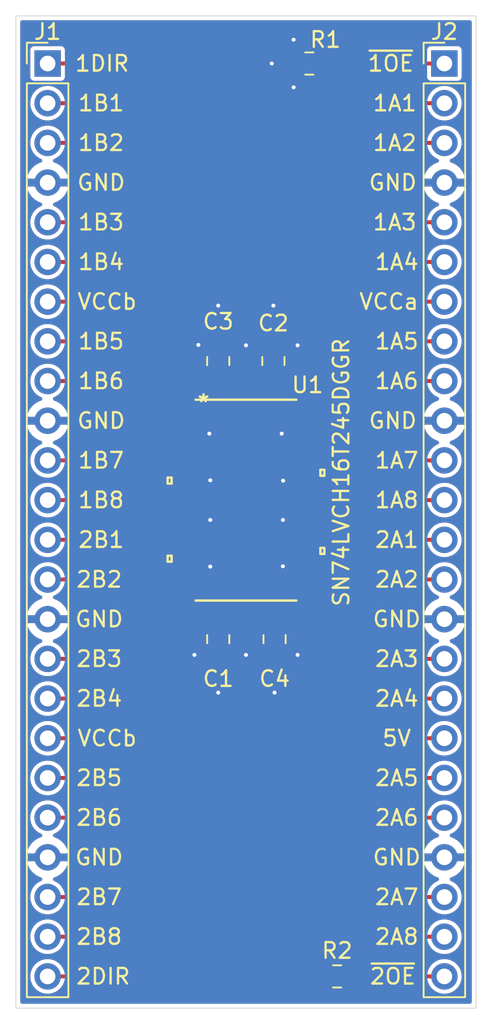
<source format=kicad_pcb>
(kicad_pcb (version 20171130) (host pcbnew "(5.1.5)-3")
  (layers (0 F.Cu signal) (31 B.Cu signal) (34 B.Paste user) (35 F.Paste user) (36 B.SilkS user) (37 F.SilkS user) (38 B.Mask user) (39 F.Mask user) (44 Edge.Cuts user))
  (net 0 "")
  (net 1 GND)
  (net 2 +3V3)
  (net 3 +5V)
  (net 4 /2DIR)
  (net 5 /1B8)
  (net 6 /1B7)
  (net 7 /1B6)
  (net 8 /1B5)
  (net 9 /2B4)
  (net 10 /2B3)
  (net 11 /2B2)
  (net 12 /2B1)
  (net 13 /1B4)
  (net 14 /1B3)
  (net 15 /1B2)
  (net 16 /1B1)
  (net 17 /1DIR)
  (net 18 /~2OE)
  (net 19 /2A8)
  (net 20 /2A7)
  (net 21 /2A6)
  (net 22 /2A5)
  (net 23 /2A4)
  (net 24 /2A3)
  (net 25 /2A2)
  (net 26 /2A1)
  (net 27 /1A8)
  (net 28 /1A7)
  (net 29 /1A6)
  (net 30 /1A5)
  (net 31 /1A4)
  (net 32 /1A3)
  (net 33 /1A2)
  (net 34 /1A1)
  (net 35 /~1OE)
  (net 36 /2B8)
  (net 37 /2B7)
  (net 38 /2B6)
  (net 39 /2B5)
  (module footprints:SN74LVCH16T245DGGR (layer F.Cu) (at 132.08 66.04)
    (fp_text reference U1 (at 3.937 -7.366) (layer F.SilkS))
    (fp_text value SN74LVCH16T245DGGR (at 6.096 -1.778 -270) (layer F.SilkS))
    (fp_line (start 4.7625 -1.940502) (end 5.0165 -1.940502) (layer F.SilkS) (width 0.1524))
    (fp_line (start 4.7625 -1.559502) (end 4.7625 -1.940502) (layer F.SilkS) (width 0.1524))
    (fp_line (start 5.0165 -1.559502) (end 4.7625 -1.559502) (layer F.SilkS) (width 0.1524))
    (fp_line (start 5.0165 -1.940502) (end 5.0165 -1.559502) (layer F.SilkS) (width 0.1524))
    (fp_line (start 4.7625 3.059501) (end 5.0165 3.059501) (layer F.SilkS) (width 0.1524))
    (fp_line (start 4.7625 3.440501) (end 4.7625 3.059501) (layer F.SilkS) (width 0.1524))
    (fp_line (start 5.0165 3.440501) (end 4.7625 3.440501) (layer F.SilkS) (width 0.1524))
    (fp_line (start 5.0165 3.059501) (end 5.0165 3.440501) (layer F.SilkS) (width 0.1524))
    (fp_line (start -4.7625 3.5595) (end -5.0165 3.5595) (layer F.SilkS) (width 0.1524))
    (fp_line (start -4.7625 3.9405) (end -4.7625 3.5595) (layer F.SilkS) (width 0.1524))
    (fp_line (start -5.0165 3.9405) (end -4.7625 3.9405) (layer F.SilkS) (width 0.1524))
    (fp_line (start -5.0165 3.5595) (end -5.0165 3.9405) (layer F.SilkS) (width 0.1524))
    (fp_line (start -4.7625 -1.4405) (end -5.0165 -1.4405) (layer F.SilkS) (width 0.1524))
    (fp_line (start -4.7625 -1.0595) (end -4.7625 -1.4405) (layer F.SilkS) (width 0.1524))
    (fp_line (start -5.0165 -1.0595) (end -4.7625 -1.0595) (layer F.SilkS) (width 0.1524))
    (fp_line (start -5.0165 -1.4405) (end -5.0165 -1.0595) (layer F.SilkS) (width 0.1524))
    (fp_line (start 3.2258 -6.4262) (end -3.2258 -6.4262) (layer F.SilkS) (width 0.1524))
    (fp_line (start -3.2258 6.4262) (end 3.2258 6.4262) (layer F.SilkS) (width 0.1524))
    (fp_text user * (at -2.7178 -6.223) (layer F.SilkS))
    (fp_text user * (at -2.7178 -6.223) (layer F.SilkS))
    (pad 48 smd rect (at 3.6703 -5.750001) (size 1.6764 0.2794) (layers F.Cu F.Paste F.Mask) (net 35 /~1OE))
    (pad 47 smd rect (at 3.6703 -5.25) (size 1.6764 0.2794) (layers F.Cu F.Paste F.Mask) (net 34 /1A1))
    (pad 46 smd rect (at 3.6703 -4.750001) (size 1.6764 0.2794) (layers F.Cu F.Paste F.Mask) (net 33 /1A2))
    (pad 45 smd rect (at 3.6703 -4.249999) (size 1.6764 0.2794) (layers F.Cu F.Paste F.Mask) (net 1 GND))
    (pad 44 smd rect (at 3.6703 -3.75) (size 1.6764 0.2794) (layers F.Cu F.Paste F.Mask) (net 32 /1A3))
    (pad 43 smd rect (at 3.6703 -3.250001) (size 1.6764 0.2794) (layers F.Cu F.Paste F.Mask) (net 31 /1A4))
    (pad 42 smd rect (at 3.6703 -2.75) (size 1.6764 0.2794) (layers F.Cu F.Paste F.Mask) (net 3 +5V))
    (pad 41 smd rect (at 3.6703 -2.250001) (size 1.6764 0.2794) (layers F.Cu F.Paste F.Mask) (net 30 /1A5))
    (pad 40 smd rect (at 3.6703 -1.749999) (size 1.6764 0.2794) (layers F.Cu F.Paste F.Mask) (net 29 /1A6))
    (pad 39 smd rect (at 3.6703 -1.25) (size 1.6764 0.2794) (layers F.Cu F.Paste F.Mask) (net 1 GND))
    (pad 38 smd rect (at 3.6703 -0.750001) (size 1.6764 0.2794) (layers F.Cu F.Paste F.Mask) (net 28 /1A7))
    (pad 37 smd rect (at 3.6703 -0.25) (size 1.6764 0.2794) (layers F.Cu F.Paste F.Mask) (net 27 /1A8))
    (pad 36 smd rect (at 3.6703 0.25) (size 1.6764 0.2794) (layers F.Cu F.Paste F.Mask) (net 26 /2A1))
    (pad 35 smd rect (at 3.6703 0.749998) (size 1.6764 0.2794) (layers F.Cu F.Paste F.Mask) (net 25 /2A2))
    (pad 34 smd rect (at 3.6703 1.25) (size 1.6764 0.2794) (layers F.Cu F.Paste F.Mask) (net 1 GND))
    (pad 33 smd rect (at 3.6703 1.749999) (size 1.6764 0.2794) (layers F.Cu F.Paste F.Mask) (net 24 /2A3))
    (pad 32 smd rect (at 3.6703 2.250001) (size 1.6764 0.2794) (layers F.Cu F.Paste F.Mask) (net 23 /2A4))
    (pad 31 smd rect (at 3.6703 2.75) (size 1.6764 0.2794) (layers F.Cu F.Paste F.Mask) (net 3 +5V))
    (pad 30 smd rect (at 3.6703 3.249999) (size 1.6764 0.2794) (layers F.Cu F.Paste F.Mask) (net 22 /2A5))
    (pad 29 smd rect (at 3.6703 3.75) (size 1.6764 0.2794) (layers F.Cu F.Paste F.Mask) (net 21 /2A6))
    (pad 28 smd rect (at 3.6703 4.249999) (size 1.6764 0.2794) (layers F.Cu F.Paste F.Mask) (net 1 GND))
    (pad 27 smd rect (at 3.6703 4.750001) (size 1.6764 0.2794) (layers F.Cu F.Paste F.Mask) (net 20 /2A7))
    (pad 26 smd rect (at 3.6703 5.25) (size 1.6764 0.2794) (layers F.Cu F.Paste F.Mask) (net 19 /2A8))
    (pad 25 smd rect (at 3.6703 5.749999) (size 1.6764 0.2794) (layers F.Cu F.Paste F.Mask) (net 18 /~2OE))
    (pad 24 smd rect (at -3.6703 5.750001) (size 1.6764 0.2794) (layers F.Cu F.Paste F.Mask) (net 4 /2DIR))
    (pad 23 smd rect (at -3.6703 5.25) (size 1.6764 0.2794) (layers F.Cu F.Paste F.Mask) (net 36 /2B8))
    (pad 22 smd rect (at -3.6703 4.750001) (size 1.6764 0.2794) (layers F.Cu F.Paste F.Mask) (net 37 /2B7))
    (pad 21 smd rect (at -3.6703 4.249999) (size 1.6764 0.2794) (layers F.Cu F.Paste F.Mask) (net 1 GND))
    (pad 20 smd rect (at -3.6703 3.75) (size 1.6764 0.2794) (layers F.Cu F.Paste F.Mask) (net 38 /2B6))
    (pad 19 smd rect (at -3.6703 3.250001) (size 1.6764 0.2794) (layers F.Cu F.Paste F.Mask) (net 39 /2B5))
    (pad 18 smd rect (at -3.6703 2.75) (size 1.6764 0.2794) (layers F.Cu F.Paste F.Mask) (net 2 +3V3))
    (pad 17 smd rect (at -3.6703 2.250001) (size 1.6764 0.2794) (layers F.Cu F.Paste F.Mask) (net 9 /2B4))
    (pad 16 smd rect (at -3.6703 1.749999) (size 1.6764 0.2794) (layers F.Cu F.Paste F.Mask) (net 10 /2B3))
    (pad 15 smd rect (at -3.6703 1.25) (size 1.6764 0.2794) (layers F.Cu F.Paste F.Mask) (net 1 GND))
    (pad 14 smd rect (at -3.6703 0.750001) (size 1.6764 0.2794) (layers F.Cu F.Paste F.Mask) (net 11 /2B2))
    (pad 13 smd rect (at -3.6703 0.25) (size 1.6764 0.2794) (layers F.Cu F.Paste F.Mask) (net 12 /2B1))
    (pad 12 smd rect (at -3.6703 -0.25) (size 1.6764 0.2794) (layers F.Cu F.Paste F.Mask) (net 5 /1B8))
    (pad 11 smd rect (at -3.6703 -0.750001) (size 1.6764 0.2794) (layers F.Cu F.Paste F.Mask) (net 6 /1B7))
    (pad 10 smd rect (at -3.6703 -1.25) (size 1.6764 0.2794) (layers F.Cu F.Paste F.Mask) (net 1 GND))
    (pad 9 smd rect (at -3.6703 -1.749999) (size 1.6764 0.2794) (layers F.Cu F.Paste F.Mask) (net 7 /1B6))
    (pad 8 smd rect (at -3.6703 -2.250001) (size 1.6764 0.2794) (layers F.Cu F.Paste F.Mask) (net 8 /1B5))
    (pad 7 smd rect (at -3.6703 -2.75) (size 1.6764 0.2794) (layers F.Cu F.Paste F.Mask) (net 2 +3V3))
    (pad 6 smd rect (at -3.6703 -3.250001) (size 1.6764 0.2794) (layers F.Cu F.Paste F.Mask) (net 13 /1B4))
    (pad 5 smd rect (at -3.6703 -3.75) (size 1.6764 0.2794) (layers F.Cu F.Paste F.Mask) (net 14 /1B3))
    (pad 4 smd rect (at -3.6703 -4.249999) (size 1.6764 0.2794) (layers F.Cu F.Paste F.Mask) (net 1 GND))
    (pad 3 smd rect (at -3.6703 -4.750001) (size 1.6764 0.2794) (layers F.Cu F.Paste F.Mask) (net 15 /1B2))
    (pad 2 smd rect (at -3.6703 -5.25) (size 1.6764 0.2794) (layers F.Cu F.Paste F.Mask) (net 16 /1B1))
    (pad 1 smd rect (at -3.6703 -5.749999) (size 1.6764 0.2794) (layers F.Cu F.Paste F.Mask) (net 17 /1DIR))
  )
  (module Resistor_SMD:R_0805_2012Metric_Pad1.15x1.40mm_HandSolder (layer F.Cu) (at 137.913 96.52)
    (fp_text reference R2 (at 0 -1.65) (layer F.SilkS))
    (fp_text value 1k)
    (fp_line (start -0.261252 0.71) (end 0.261252 0.71) (layer F.SilkS) (width 0.12))
    (fp_line (start -0.261252 -0.71) (end 0.261252 -0.71) (layer F.SilkS) (width 0.12))
    (pad 2 smd roundrect (at 1.025 0) (size 1.15 1.4) (layers F.Cu F.Paste F.Mask) (roundrect_rratio 0.217391) (net 18 /~2OE))
    (pad 1 smd roundrect (at -1.025 0) (size 1.15 1.4) (layers F.Cu F.Paste F.Mask) (roundrect_rratio 0.217391) (net 1 GND))
  )
  (module Resistor_SMD:R_0805_2012Metric_Pad1.15x1.40mm_HandSolder (layer F.Cu) (at 136.135 38.1)
    (fp_text reference R1 (at 1.025 -1.524) (layer F.SilkS))
    (fp_text value 1k)
    (fp_line (start -0.261252 0.71) (end 0.261252 0.71) (layer F.SilkS) (width 0.12))
    (fp_line (start -0.261252 -0.71) (end 0.261252 -0.71) (layer F.SilkS) (width 0.12))
    (pad 2 smd roundrect (at 1.025 0) (size 1.15 1.4) (layers F.Cu F.Paste F.Mask) (roundrect_rratio 0.217391) (net 35 /~1OE))
    (pad 1 smd roundrect (at -1.025 0) (size 1.15 1.4) (layers F.Cu F.Paste F.Mask) (roundrect_rratio 0.217391) (net 1 GND))
  )
  (module Connector_PinHeader_2.54mm:PinHeader_1x24_P2.54mm_Vertical (layer F.Cu) (at 144.78 38.1)
    (fp_text reference J2 (at 0 -2.032) (layer F.SilkS))
    (fp_text value HEADER_RIGHT)
    (fp_line (start -1.33 -1.33) (end 0 -1.33) (layer F.SilkS) (width 0.12))
    (fp_line (start -1.33 0) (end -1.33 -1.33) (layer F.SilkS) (width 0.12))
    (fp_line (start -1.33 1.27) (end 1.33 1.27) (layer F.SilkS) (width 0.12))
    (fp_line (start 1.33 1.27) (end 1.33 59.75) (layer F.SilkS) (width 0.12))
    (fp_line (start -1.33 1.27) (end -1.33 59.75) (layer F.SilkS) (width 0.12))
    (fp_line (start -1.33 59.75) (end 1.33 59.75) (layer F.SilkS) (width 0.12))
    (pad 24 thru_hole oval (at 0 58.42) (size 1.7 1.7) (drill 1) (layers *.Cu *.Mask) (net 18 /~2OE))
    (pad 23 thru_hole oval (at 0 55.88) (size 1.7 1.7) (drill 1) (layers *.Cu *.Mask) (net 19 /2A8))
    (pad 22 thru_hole oval (at 0 53.34) (size 1.7 1.7) (drill 1) (layers *.Cu *.Mask) (net 20 /2A7))
    (pad 21 thru_hole oval (at 0 50.8) (size 1.7 1.7) (drill 1) (layers *.Cu *.Mask) (net 1 GND))
    (pad 20 thru_hole oval (at 0 48.26) (size 1.7 1.7) (drill 1) (layers *.Cu *.Mask) (net 21 /2A6))
    (pad 19 thru_hole oval (at 0 45.72) (size 1.7 1.7) (drill 1) (layers *.Cu *.Mask) (net 22 /2A5))
    (pad 18 thru_hole oval (at 0 43.18) (size 1.7 1.7) (drill 1) (layers *.Cu *.Mask) (net 3 +5V))
    (pad 17 thru_hole oval (at 0 40.64) (size 1.7 1.7) (drill 1) (layers *.Cu *.Mask) (net 23 /2A4))
    (pad 16 thru_hole oval (at 0 38.1) (size 1.7 1.7) (drill 1) (layers *.Cu *.Mask) (net 24 /2A3))
    (pad 15 thru_hole oval (at 0 35.56) (size 1.7 1.7) (drill 1) (layers *.Cu *.Mask) (net 1 GND))
    (pad 14 thru_hole oval (at 0 33.02) (size 1.7 1.7) (drill 1) (layers *.Cu *.Mask) (net 25 /2A2))
    (pad 13 thru_hole oval (at 0 30.48) (size 1.7 1.7) (drill 1) (layers *.Cu *.Mask) (net 26 /2A1))
    (pad 12 thru_hole oval (at 0 27.94) (size 1.7 1.7) (drill 1) (layers *.Cu *.Mask) (net 27 /1A8))
    (pad 11 thru_hole oval (at 0 25.4) (size 1.7 1.7) (drill 1) (layers *.Cu *.Mask) (net 28 /1A7))
    (pad 10 thru_hole oval (at 0 22.86) (size 1.7 1.7) (drill 1) (layers *.Cu *.Mask) (net 1 GND))
    (pad 9 thru_hole oval (at 0 20.32) (size 1.7 1.7) (drill 1) (layers *.Cu *.Mask) (net 29 /1A6))
    (pad 8 thru_hole oval (at 0 17.78) (size 1.7 1.7) (drill 1) (layers *.Cu *.Mask) (net 30 /1A5))
    (pad 7 thru_hole oval (at 0 15.24) (size 1.7 1.7) (drill 1) (layers *.Cu *.Mask) (net 3 +5V))
    (pad 6 thru_hole oval (at 0 12.7) (size 1.7 1.7) (drill 1) (layers *.Cu *.Mask) (net 31 /1A4))
    (pad 5 thru_hole oval (at 0 10.16) (size 1.7 1.7) (drill 1) (layers *.Cu *.Mask) (net 32 /1A3))
    (pad 4 thru_hole oval (at 0 7.62) (size 1.7 1.7) (drill 1) (layers *.Cu *.Mask) (net 1 GND))
    (pad 3 thru_hole oval (at 0 5.08) (size 1.7 1.7) (drill 1) (layers *.Cu *.Mask) (net 33 /1A2))
    (pad 2 thru_hole oval (at 0 2.54) (size 1.7 1.7) (drill 1) (layers *.Cu *.Mask) (net 34 /1A1))
    (pad 1 thru_hole rect (at 0 0) (size 1.7 1.7) (drill 1) (layers *.Cu *.Mask) (net 35 /~1OE))
  )
  (module Connector_PinHeader_2.54mm:PinHeader_1x24_P2.54mm_Vertical (layer F.Cu) (at 119.38 38.1)
    (fp_text reference J1 (at 0 -2.032) (layer F.SilkS))
    (fp_text value HEADER_LEFT)
    (fp_line (start -1.33 -1.33) (end 0 -1.33) (layer F.SilkS) (width 0.12))
    (fp_line (start -1.33 0) (end -1.33 -1.33) (layer F.SilkS) (width 0.12))
    (fp_line (start -1.33 1.27) (end 1.33 1.27) (layer F.SilkS) (width 0.12))
    (fp_line (start 1.33 1.27) (end 1.33 59.75) (layer F.SilkS) (width 0.12))
    (fp_line (start -1.33 1.27) (end -1.33 59.75) (layer F.SilkS) (width 0.12))
    (fp_line (start -1.33 59.75) (end 1.33 59.75) (layer F.SilkS) (width 0.12))
    (pad 24 thru_hole oval (at 0 58.42) (size 1.7 1.7) (drill 1) (layers *.Cu *.Mask) (net 4 /2DIR))
    (pad 23 thru_hole oval (at 0 55.88) (size 1.7 1.7) (drill 1) (layers *.Cu *.Mask) (net 36 /2B8))
    (pad 22 thru_hole oval (at 0 53.34) (size 1.7 1.7) (drill 1) (layers *.Cu *.Mask) (net 37 /2B7))
    (pad 21 thru_hole oval (at 0 50.8) (size 1.7 1.7) (drill 1) (layers *.Cu *.Mask) (net 1 GND))
    (pad 20 thru_hole oval (at 0 48.26) (size 1.7 1.7) (drill 1) (layers *.Cu *.Mask) (net 38 /2B6))
    (pad 19 thru_hole oval (at 0 45.72) (size 1.7 1.7) (drill 1) (layers *.Cu *.Mask) (net 39 /2B5))
    (pad 18 thru_hole oval (at 0 43.18) (size 1.7 1.7) (drill 1) (layers *.Cu *.Mask) (net 2 +3V3))
    (pad 17 thru_hole oval (at 0 40.64) (size 1.7 1.7) (drill 1) (layers *.Cu *.Mask) (net 9 /2B4))
    (pad 16 thru_hole oval (at 0 38.1) (size 1.7 1.7) (drill 1) (layers *.Cu *.Mask) (net 10 /2B3))
    (pad 15 thru_hole oval (at 0 35.56) (size 1.7 1.7) (drill 1) (layers *.Cu *.Mask) (net 1 GND))
    (pad 14 thru_hole oval (at 0 33.02) (size 1.7 1.7) (drill 1) (layers *.Cu *.Mask) (net 11 /2B2))
    (pad 13 thru_hole oval (at 0 30.48) (size 1.7 1.7) (drill 1) (layers *.Cu *.Mask) (net 12 /2B1))
    (pad 12 thru_hole oval (at 0 27.94) (size 1.7 1.7) (drill 1) (layers *.Cu *.Mask) (net 5 /1B8))
    (pad 11 thru_hole oval (at 0 25.4) (size 1.7 1.7) (drill 1) (layers *.Cu *.Mask) (net 6 /1B7))
    (pad 10 thru_hole oval (at 0 22.86) (size 1.7 1.7) (drill 1) (layers *.Cu *.Mask) (net 1 GND))
    (pad 9 thru_hole oval (at 0 20.32) (size 1.7 1.7) (drill 1) (layers *.Cu *.Mask) (net 7 /1B6))
    (pad 8 thru_hole oval (at 0 17.78) (size 1.7 1.7) (drill 1) (layers *.Cu *.Mask) (net 8 /1B5))
    (pad 7 thru_hole oval (at 0 15.24) (size 1.7 1.7) (drill 1) (layers *.Cu *.Mask) (net 2 +3V3))
    (pad 6 thru_hole oval (at 0 12.7) (size 1.7 1.7) (drill 1) (layers *.Cu *.Mask) (net 13 /1B4))
    (pad 5 thru_hole oval (at 0 10.16) (size 1.7 1.7) (drill 1) (layers *.Cu *.Mask) (net 14 /1B3))
    (pad 4 thru_hole oval (at 0 7.62) (size 1.7 1.7) (drill 1) (layers *.Cu *.Mask) (net 1 GND))
    (pad 3 thru_hole oval (at 0 5.08) (size 1.7 1.7) (drill 1) (layers *.Cu *.Mask) (net 15 /1B2))
    (pad 2 thru_hole oval (at 0 2.54) (size 1.7 1.7) (drill 1) (layers *.Cu *.Mask) (net 16 /1B1))
    (pad 1 thru_hole rect (at 0 0) (size 1.7 1.7) (drill 1) (layers *.Cu *.Mask) (net 17 /1DIR))
  )
  (module Capacitor_SMD:C_0805_2012Metric_Pad1.15x1.40mm_HandSolder (layer F.Cu) (at 133.9088 74.939 270)
    (fp_text reference C4 (at 2.531 0 180) (layer F.SilkS))
    (fp_text value 100nF)
    (fp_line (start -0.261252 0.71) (end 0.261252 0.71) (layer F.SilkS) (width 0.12))
    (fp_line (start -0.261252 -0.71) (end 0.261252 -0.71) (layer F.SilkS) (width 0.12))
    (pad 2 smd roundrect (at 1.025 0 270) (size 1.15 1.4) (layers F.Cu F.Paste F.Mask) (roundrect_rratio 0.217391) (net 1 GND))
    (pad 1 smd roundrect (at -1.025 0 270) (size 1.15 1.4) (layers F.Cu F.Paste F.Mask) (roundrect_rratio 0.217391) (net 3 +5V))
  )
  (module Capacitor_SMD:C_0805_2012Metric_Pad1.15x1.40mm_HandSolder (layer F.Cu) (at 130.302 57.141 90)
    (fp_text reference C3 (at 2.531 0 180) (layer F.SilkS))
    (fp_text value 100nF)
    (fp_line (start -0.261252 0.71) (end 0.261252 0.71) (layer F.SilkS) (width 0.12))
    (fp_line (start -0.261252 -0.71) (end 0.261252 -0.71) (layer F.SilkS) (width 0.12))
    (pad 2 smd roundrect (at 1.025 0 90) (size 1.15 1.4) (layers F.Cu F.Paste F.Mask) (roundrect_rratio 0.217391) (net 1 GND))
    (pad 1 smd roundrect (at -1.025 0 90) (size 1.15 1.4) (layers F.Cu F.Paste F.Mask) (roundrect_rratio 0.217391) (net 2 +3V3))
  )
  (module Capacitor_SMD:C_0805_2012Metric_Pad1.15x1.40mm_HandSolder (layer F.Cu) (at 133.8326 57.141 90)
    (fp_text reference C2 (at 2.422 0) (layer F.SilkS))
    (fp_text value 100nF)
    (fp_line (start -0.261252 0.71) (end 0.261252 0.71) (layer F.SilkS) (width 0.12))
    (fp_line (start -0.261252 -0.71) (end 0.261252 -0.71) (layer F.SilkS) (width 0.12))
    (pad 2 smd roundrect (at 1.025 0 90) (size 1.15 1.4) (layers F.Cu F.Paste F.Mask) (roundrect_rratio 0.217391) (net 1 GND))
    (pad 1 smd roundrect (at -1.025 0 90) (size 1.15 1.4) (layers F.Cu F.Paste F.Mask) (roundrect_rratio 0.217391) (net 3 +5V))
  )
  (module Capacitor_SMD:C_0805_2012Metric_Pad1.15x1.40mm_HandSolder (layer F.Cu) (at 130.302 74.939 270)
    (fp_text reference C1 (at 2.531 0 180) (layer F.SilkS))
    (fp_text value 100nF)
    (fp_line (start -0.261252 0.71) (end 0.261252 0.71) (layer F.SilkS) (width 0.12))
    (fp_line (start -0.261252 -0.71) (end 0.261252 -0.71) (layer F.SilkS) (width 0.12))
    (pad 2 smd roundrect (at 1.025 0 270) (size 1.15 1.4) (layers F.Cu F.Paste F.Mask) (roundrect_rratio 0.217391) (net 1 GND))
    (pad 1 smd roundrect (at -1.025 0 270) (size 1.15 1.4) (layers F.Cu F.Paste F.Mask) (roundrect_rratio 0.217391) (net 2 +3V3))
  )
  (gr_text ~2OE (at 141.478 96.52) (layer F.SilkS) (effects (font (size 1 1))))
  (gr_text 2A8 (at 141.732 93.98) (layer F.SilkS) (effects (font (size 1 1))))
  (gr_text 2A7 (at 141.732 91.44) (layer F.SilkS) (effects (font (size 1 1))))
  (gr_text GND (at 141.732 88.9) (layer F.SilkS) (effects (font (size 1 1))))
  (gr_text 2A6 (at 141.732 86.36) (layer F.SilkS) (effects (font (size 1 1))))
  (gr_text 2A5 (at 141.732 83.82) (layer F.SilkS) (effects (font (size 1 1))))
  (gr_text 5V (at 141.732 81.28) (layer F.SilkS) (effects (font (size 1 1))))
  (gr_text 2A4 (at 141.732 78.74) (layer F.SilkS) (effects (font (size 1 1))))
  (gr_text 2A3 (at 141.732 76.2) (layer F.SilkS) (effects (font (size 1 1))))
  (gr_text GND (at 141.732 73.66) (layer F.SilkS) (effects (font (size 1 1))))
  (gr_text 2A2 (at 141.732 71.12) (layer F.SilkS) (effects (font (size 1 1))))
  (gr_text 2A1 (at 141.732 68.58) (layer F.SilkS) (effects (font (size 1 1))))
  (gr_text 1A8 (at 141.732 66.04) (layer F.SilkS) (effects (font (size 1 1))))
  (gr_text 1A7 (at 141.732 63.5) (layer F.SilkS) (effects (font (size 1 1))))
  (gr_text GND (at 141.478 60.96) (layer F.SilkS) (effects (font (size 1 1))))
  (gr_text 1A6 (at 141.732 58.42) (layer F.SilkS) (effects (font (size 1 1))))
  (gr_text 1A5 (at 141.732 55.88) (layer F.SilkS) (effects (font (size 1 1))))
  (gr_text VCCa (at 141.224 53.34) (layer F.SilkS) (effects (font (size 1 1))))
  (gr_text 1A4 (at 141.732 50.8) (layer F.SilkS) (effects (font (size 1 1))))
  (gr_text 1A3 (at 141.605 48.26) (layer F.SilkS) (effects (font (size 1 1))))
  (gr_text GND (at 141.478 45.72) (layer F.SilkS) (effects (font (size 1 1))))
  (gr_text 1A2 (at 141.605 43.18) (layer F.SilkS) (effects (font (size 1 1))))
  (gr_text 1A1 (at 141.605 40.64) (layer F.SilkS) (effects (font (size 1 1))))
  (gr_text ~1OE (at 141.351 38.1) (layer F.SilkS) (effects (font (size 1 1))))
  (gr_text 2DIR (at 122.936 96.52) (layer F.SilkS) (effects (font (size 1 1))))
  (gr_text 2B8 (at 122.682 93.98) (layer F.SilkS) (effects (font (size 1 1))))
  (gr_text 2B7 (at 122.682 91.44) (layer F.SilkS) (effects (font (size 1 1))))
  (gr_text GND (at 122.682 88.9) (layer F.SilkS) (effects (font (size 1 1))))
  (gr_text 2B6 (at 122.682 86.36) (layer F.SilkS) (effects (font (size 1 1))))
  (gr_text 2B5 (at 122.682 83.82) (layer F.SilkS) (effects (font (size 1 1))))
  (gr_text VCCb (at 123.19 81.28) (layer F.SilkS) (effects (font (size 1 1))))
  (gr_text 2B4 (at 122.682 78.74) (layer F.SilkS) (effects (font (size 1 1))))
  (gr_text GND (at 122.682 73.66) (layer F.SilkS) (effects (font (size 1 1))))
  (gr_text 2B3 (at 122.682 76.2) (layer F.SilkS) (effects (font (size 1 1))))
  (gr_text 2B2 (at 122.682 71.12) (layer F.SilkS) (effects (font (size 1 1))))
  (gr_text 2B1 (at 122.809 68.58) (layer F.SilkS) (effects (font (size 1 1))))
  (gr_text 1B8 (at 122.809 66.04) (layer F.SilkS) (effects (font (size 1 1))))
  (gr_text 1B7 (at 122.809 63.5) (layer F.SilkS) (effects (font (size 1 1))))
  (gr_text GND (at 122.809 60.96) (layer F.SilkS) (effects (font (size 1 1))))
  (gr_text 1B6 (at 122.809 58.42) (layer F.SilkS) (effects (font (size 1 1))))
  (gr_text 1B5 (at 122.809 55.88) (layer F.SilkS) (effects (font (size 1 1))))
  (gr_text VCCb (at 123.19 53.34) (layer F.SilkS) (effects (font (size 1 1))))
  (gr_text 1B4 (at 122.809 50.8) (layer F.SilkS) (effects (font (size 1 1))))
  (gr_text 1B3 (at 122.809 48.26) (layer F.SilkS) (effects (font (size 1 1))))
  (gr_text GND (at 122.809 45.72) (layer F.SilkS) (effects (font (size 1 1))))
  (gr_text 1B2 (at 122.809 43.18) (layer F.SilkS) (effects (font (size 1 1))))
  (gr_text 1B1 (at 122.809 40.64) (layer F.SilkS) (effects (font (size 1 1))))
  (gr_text 1DIR (at 122.8725 38.1) (layer F.SilkS) (effects (font (size 1 1))))
  (gr_line (start 117.348 98.552) (end 117.348 35.052) (layer Edge.Cuts) (width 0.05))
  (gr_line (start 146.812 98.552) (end 117.348 98.552) (layer Edge.Cuts) (width 0.05))
  (gr_line (start 146.812 35.052) (end 146.812 98.552) (layer Edge.Cuts) (width 0.05))
  (gr_line (start 117.348 35.052) (end 146.812 35.052) (layer Edge.Cuts) (width 0.05))
  (via (at 129.032 56.1086) (size 0.508) (drill 0.254) (layers F.Cu B.Cu) (net 1))
  (via (at 130.302 53.594) (size 0.508) (drill 0.254) (layers F.Cu B.Cu) (net 1))
  (via (at 132.08 56.134) (size 0.508) (drill 0.254) (layers F.Cu B.Cu) (net 1))
  (via (at 135.382 56.134) (size 0.508) (drill 0.254) (layers F.Cu B.Cu) (net 1))
  (via (at 133.8326 53.594) (size 0.508) (drill 0.254) (layers F.Cu B.Cu) (net 1))
  (via (at 135.128 36.576) (size 0.508) (drill 0.254) (layers F.Cu B.Cu) (net 1))
  (via (at 133.731 38.1) (size 0.508) (drill 0.254) (layers F.Cu B.Cu) (net 1))
  (via (at 135.128 39.624) (size 0.508) (drill 0.254) (layers F.Cu B.Cu) (net 1))
  (via (at 132.08 75.946) (size 0.508) (drill 0.254) (layers F.Cu B.Cu) (net 1))
  (via (at 128.778 75.946) (size 0.508) (drill 0.254) (layers F.Cu B.Cu) (net 1))
  (via (at 130.302 78.359) (size 0.508) (drill 0.254) (layers F.Cu B.Cu) (net 1))
  (via (at 133.9088 78.359) (size 0.508) (drill 0.254) (layers F.Cu B.Cu) (net 1))
  (via (at 135.382 75.946) (size 0.508) (drill 0.254) (layers F.Cu B.Cu) (net 1))
  (via (at 134.366 61.7855) (size 0.508) (drill 0.254) (layers F.Cu B.Cu) (net 1))
  (segment (start 135.7503 61.790001) (end 134.370501 61.790001) (width 0.254) (layer F.Cu) (net 1))
  (segment (start 134.370501 61.790001) (end 134.366 61.7855) (width 0.254) (layer F.Cu) (net 1))
  (via (at 129.794 70.2945) (size 0.508) (drill 0.254) (layers F.Cu B.Cu) (net 1))
  (segment (start 128.4097 70.289999) (end 129.789499 70.289999) (width 0.254) (layer F.Cu) (net 1))
  (segment (start 129.789499 70.289999) (end 129.794 70.2945) (width 0.254) (layer F.Cu) (net 1))
  (via (at 129.794 67.31) (size 0.508) (drill 0.254) (layers F.Cu B.Cu) (net 1))
  (segment (start 128.4097 67.29) (end 129.774 67.29) (width 0.254) (layer F.Cu) (net 1))
  (segment (start 129.774 67.29) (end 129.794 67.31) (width 0.254) (layer F.Cu) (net 1))
  (via (at 134.44221 70.272489) (size 0.508) (drill 0.254) (layers F.Cu B.Cu) (net 1))
  (segment (start 134.45972 70.289999) (end 134.44221 70.272489) (width 0.254) (layer F.Cu) (net 1))
  (segment (start 135.7503 70.289999) (end 134.45972 70.289999) (width 0.254) (layer F.Cu) (net 1))
  (segment (start 135.7503 67.29) (end 134.4622 67.29) (width 0.254) (layer F.Cu) (net 1))
  (via (at 134.4422 67.31) (size 0.508) (drill 0.254) (layers F.Cu B.Cu) (net 1))
  (segment (start 134.4622 67.29) (end 134.4422 67.31) (width 0.254) (layer F.Cu) (net 1))
  (segment (start 135.7503 64.79) (end 134.4603 64.79) (width 0.254) (layer F.Cu) (net 1))
  (via (at 134.4549 64.7954) (size 0.508) (drill 0.254) (layers F.Cu B.Cu) (net 1))
  (segment (start 134.4603 64.79) (end 134.4549 64.7954) (width 0.254) (layer F.Cu) (net 1))
  (via (at 129.7305 61.7855) (size 0.508) (drill 0.254) (layers F.Cu B.Cu) (net 1))
  (segment (start 128.4097 61.790001) (end 129.725999 61.790001) (width 0.254) (layer F.Cu) (net 1))
  (segment (start 129.725999 61.790001) (end 129.7305 61.7855) (width 0.254) (layer F.Cu) (net 1))
  (segment (start 128.4097 64.79) (end 125.7373 64.79) (width 0.254) (layer F.Cu) (net 1))
  (segment (start 125.7373 64.79) (end 125.3617 64.4144) (width 0.254) (layer F.Cu) (net 1))
  (via (at 129.794 64.77) (size 0.508) (drill 0.254) (layers F.Cu B.Cu) (net 1))
  (segment (start 129.774 64.79) (end 129.794 64.77) (width 0.254) (layer F.Cu) (net 1))
  (segment (start 128.4097 64.79) (end 129.774 64.79) (width 0.254) (layer F.Cu) (net 1))
  (segment (start 125.095 61.9506) (end 125.095 53.975) (width 0.254) (layer F.Cu) (net 2))
  (segment (start 128.4097 63.29) (end 126.4344 63.29) (width 0.254) (layer F.Cu) (net 2))
  (segment (start 125.095 53.975) (end 124.46 53.34) (width 0.254) (layer F.Cu) (net 2))
  (segment (start 126.4344 63.29) (end 125.095 61.9506) (width 0.254) (layer F.Cu) (net 2))
  (segment (start 122.2248 53.34) (end 122.0216 53.34) (width 0.254) (layer F.Cu) (net 2))
  (segment (start 122.0216 53.34) (end 119.38 53.34) (width 0.254) (layer F.Cu) (net 2))
  (segment (start 124.46 53.34) (end 122.4026 53.34) (width 0.254) (layer F.Cu) (net 2))
  (segment (start 122.4026 53.34) (end 122.2248 53.34) (width 0.254) (layer F.Cu) (net 2))
  (segment (start 127.3175 68.79) (end 127.3107 68.7832) (width 0.254) (layer F.Cu) (net 2))
  (segment (start 128.4097 68.79) (end 127.3175 68.79) (width 0.254) (layer F.Cu) (net 2))
  (segment (start 127.3107 68.7832) (end 124.9934 68.7832) (width 0.254) (layer F.Cu) (net 2))
  (segment (start 124.9934 68.7832) (end 123.5964 70.1802) (width 0.254) (layer F.Cu) (net 2))
  (segment (start 123.5964 70.1802) (end 123.5964 79.6036) (width 0.254) (layer F.Cu) (net 2))
  (segment (start 121.92 81.28) (end 119.38 81.28) (width 0.254) (layer F.Cu) (net 2))
  (segment (start 123.5964 79.6036) (end 121.92 81.28) (width 0.254) (layer F.Cu) (net 2))
  (segment (start 130.302 73.914) (end 130.302 69.088) (width 0.254) (layer F.Cu) (net 2))
  (segment (start 130.004 68.79) (end 128.4097 68.79) (width 0.254) (layer F.Cu) (net 2))
  (segment (start 130.302 69.088) (end 130.004 68.79) (width 0.254) (layer F.Cu) (net 2))
  (segment (start 130.004 63.29) (end 128.4097 63.29) (width 0.254) (layer F.Cu) (net 2))
  (segment (start 130.302 58.166) (end 130.302 62.992) (width 0.254) (layer F.Cu) (net 2))
  (segment (start 130.302 62.992) (end 130.004 63.29) (width 0.254) (layer F.Cu) (net 2))
  (segment (start 131.191 73.914) (end 130.302 73.914) (width 0.254) (layer F.Cu) (net 2))
  (segment (start 131.5085 73.5965) (end 131.191 73.914) (width 0.254) (layer F.Cu) (net 2))
  (segment (start 131.5085 58.6725) (end 131.5085 73.5965) (width 0.254) (layer F.Cu) (net 2))
  (segment (start 130.302 58.166) (end 131.002 58.166) (width 0.254) (layer F.Cu) (net 2))
  (segment (start 131.002 58.166) (end 131.5085 58.6725) (width 0.254) (layer F.Cu) (net 2))
  (segment (start 136.8425 63.29) (end 136.8493 63.2968) (width 0.254) (layer F.Cu) (net 3))
  (segment (start 135.7503 63.29) (end 136.8425 63.29) (width 0.254) (layer F.Cu) (net 3))
  (segment (start 136.8493 63.2968) (end 136.9568 63.2968) (width 0.254) (layer F.Cu) (net 3))
  (segment (start 136.9568 63.2968) (end 139.1412 61.1124) (width 0.254) (layer F.Cu) (net 3))
  (segment (start 139.1412 61.1124) (end 139.1412 53.9242) (width 0.254) (layer F.Cu) (net 3))
  (segment (start 139.7254 53.34) (end 144.78 53.34) (width 0.254) (layer F.Cu) (net 3))
  (segment (start 139.1412 53.9242) (end 139.7254 53.34) (width 0.254) (layer F.Cu) (net 3))
  (segment (start 136.8425 68.79) (end 136.8493 68.7832) (width 0.254) (layer F.Cu) (net 3))
  (segment (start 135.7503 68.79) (end 136.8425 68.79) (width 0.254) (layer F.Cu) (net 3))
  (segment (start 136.8493 68.7832) (end 140.7922 68.7832) (width 0.254) (layer F.Cu) (net 3))
  (segment (start 140.7922 68.7832) (end 141.8336 69.8246) (width 0.254) (layer F.Cu) (net 3))
  (segment (start 141.8336 69.8246) (end 141.8336 80.137) (width 0.254) (layer F.Cu) (net 3))
  (segment (start 142.9766 81.28) (end 144.78 81.28) (width 0.254) (layer F.Cu) (net 3))
  (segment (start 141.8336 80.137) (end 142.9766 81.28) (width 0.254) (layer F.Cu) (net 3))
  (segment (start 134.1306 63.29) (end 135.7503 63.29) (width 0.254) (layer F.Cu) (net 3))
  (segment (start 133.8326 58.166) (end 133.8326 62.992) (width 0.254) (layer F.Cu) (net 3))
  (segment (start 133.8326 62.992) (end 134.1306 63.29) (width 0.254) (layer F.Cu) (net 3))
  (segment (start 134.2068 68.79) (end 135.7503 68.79) (width 0.254) (layer F.Cu) (net 3))
  (segment (start 133.9088 73.8505) (end 133.9088 69.088) (width 0.254) (layer F.Cu) (net 3))
  (segment (start 133.9088 69.088) (end 134.2068 68.79) (width 0.254) (layer F.Cu) (net 3))
  (segment (start 133.1326 58.166) (end 132.715 58.5836) (width 0.254) (layer F.Cu) (net 3))
  (segment (start 132.715 58.5836) (end 132.715 73.6346) (width 0.254) (layer F.Cu) (net 3))
  (segment (start 132.9944 73.914) (end 133.9088 73.914) (width 0.254) (layer F.Cu) (net 3))
  (segment (start 133.8326 58.166) (end 133.1326 58.166) (width 0.254) (layer F.Cu) (net 3))
  (segment (start 132.715 73.6346) (end 132.9944 73.914) (width 0.254) (layer F.Cu) (net 3))
  (segment (start 128.4097 71.790001) (end 125.847399 71.790001) (width 0.254) (layer F.Cu) (net 4))
  (segment (start 125.847399 71.790001) (end 125.5014 72.136) (width 0.254) (layer F.Cu) (net 4))
  (segment (start 125.5014 72.136) (end 125.5014 92.9386) (width 0.254) (layer F.Cu) (net 4))
  (segment (start 121.92 96.52) (end 119.38 96.52) (width 0.254) (layer F.Cu) (net 4))
  (segment (start 125.5014 92.9386) (end 121.92 96.52) (width 0.254) (layer F.Cu) (net 4))
  (segment (start 123.336971 66.04) (end 119.38 66.04) (width 0.254) (layer F.Cu) (net 5))
  (segment (start 128.4097 65.79) (end 128.303401 65.896299) (width 0.254) (layer F.Cu) (net 5))
  (segment (start 127.355608 65.90899) (end 123.467981 65.90899) (width 0.254) (layer F.Cu) (net 5))
  (segment (start 128.303401 65.896299) (end 127.368299 65.896299) (width 0.254) (layer F.Cu) (net 5))
  (segment (start 127.368299 65.896299) (end 127.355608 65.90899) (width 0.254) (layer F.Cu) (net 5))
  (segment (start 123.467981 65.90899) (end 123.336971 66.04) (width 0.254) (layer F.Cu) (net 5))
  (segment (start 124.7267 65.2907) (end 122.936 63.5) (width 0.254) (layer F.Cu) (net 6))
  (segment (start 127.316799 65.2907) (end 124.7267 65.2907) (width 0.254) (layer F.Cu) (net 6))
  (segment (start 128.4097 65.289999) (end 127.3175 65.289999) (width 0.254) (layer F.Cu) (net 6))
  (segment (start 122.936 63.5) (end 119.38 63.5) (width 0.254) (layer F.Cu) (net 6))
  (segment (start 127.3175 65.289999) (end 127.316799 65.2907) (width 0.254) (layer F.Cu) (net 6))
  (segment (start 127.3175 64.290001) (end 127.314899 64.2874) (width 0.254) (layer F.Cu) (net 7))
  (segment (start 128.4097 64.290001) (end 127.3175 64.290001) (width 0.254) (layer F.Cu) (net 7))
  (segment (start 127.314899 64.2874) (end 126.3142 64.2874) (width 0.254) (layer F.Cu) (net 7))
  (segment (start 126.3142 64.2874) (end 124.333 62.3062) (width 0.254) (layer F.Cu) (net 7))
  (segment (start 124.333 62.3062) (end 124.333 58.801) (width 0.254) (layer F.Cu) (net 7))
  (segment (start 123.952 58.42) (end 119.38 58.42) (width 0.254) (layer F.Cu) (net 7))
  (segment (start 124.333 58.801) (end 123.952 58.42) (width 0.254) (layer F.Cu) (net 7))
  (segment (start 128.4097 63.789999) (end 126.375599 63.789999) (width 0.254) (layer F.Cu) (net 8))
  (segment (start 126.375599 63.789999) (end 124.714 62.1284) (width 0.254) (layer F.Cu) (net 8))
  (segment (start 124.714 62.1284) (end 124.714 56.388) (width 0.254) (layer F.Cu) (net 8))
  (segment (start 124.206 55.88) (end 119.38 55.88) (width 0.254) (layer F.Cu) (net 8))
  (segment (start 124.714 56.388) (end 124.206 55.88) (width 0.254) (layer F.Cu) (net 8))
  (segment (start 127.3175 68.290001) (end 127.306901 68.3006) (width 0.254) (layer F.Cu) (net 9))
  (segment (start 128.4097 68.290001) (end 127.3175 68.290001) (width 0.254) (layer F.Cu) (net 9))
  (segment (start 127.306901 68.3006) (end 124.9172 68.3006) (width 0.254) (layer F.Cu) (net 9))
  (segment (start 124.9172 68.3006) (end 123.2154 70.0024) (width 0.254) (layer F.Cu) (net 9))
  (segment (start 123.2154 70.0024) (end 123.2154 77.4446) (width 0.254) (layer F.Cu) (net 9))
  (segment (start 121.92 78.74) (end 119.38 78.74) (width 0.254) (layer F.Cu) (net 9))
  (segment (start 123.2154 77.4446) (end 121.92 78.74) (width 0.254) (layer F.Cu) (net 9))
  (segment (start 121.9454 76.2) (end 119.38 76.2) (width 0.254) (layer F.Cu) (net 10))
  (segment (start 122.809 75.3364) (end 121.9454 76.2) (width 0.254) (layer F.Cu) (net 10))
  (segment (start 127.3175 67.789999) (end 127.314899 67.7926) (width 0.254) (layer F.Cu) (net 10))
  (segment (start 128.4097 67.789999) (end 127.3175 67.789999) (width 0.254) (layer F.Cu) (net 10))
  (segment (start 127.314899 67.7926) (end 124.8664 67.7926) (width 0.254) (layer F.Cu) (net 10))
  (segment (start 124.8664 67.7926) (end 122.809 69.85) (width 0.254) (layer F.Cu) (net 10))
  (segment (start 122.809 69.85) (end 122.809 75.3364) (width 0.254) (layer F.Cu) (net 10))
  (segment (start 127.3175 66.790001) (end 127.316799 66.7893) (width 0.254) (layer F.Cu) (net 11))
  (segment (start 128.4097 66.790001) (end 127.3175 66.790001) (width 0.254) (layer F.Cu) (net 11))
  (segment (start 127.316799 66.7893) (end 123.6853 66.7893) (width 0.254) (layer F.Cu) (net 11))
  (segment (start 123.6853 66.7893) (end 121.92 68.5546) (width 0.254) (layer F.Cu) (net 11))
  (segment (start 121.92 68.5546) (end 121.92 70.358) (width 0.254) (layer F.Cu) (net 11))
  (segment (start 121.158 71.12) (end 119.38 71.12) (width 0.254) (layer F.Cu) (net 11))
  (segment (start 121.92 70.358) (end 121.158 71.12) (width 0.254) (layer F.Cu) (net 11))
  (segment (start 121.3358 68.58) (end 119.38 68.58) (width 0.254) (layer F.Cu) (net 12))
  (segment (start 128.4097 66.29) (end 123.6258 66.29) (width 0.254) (layer F.Cu) (net 12))
  (segment (start 123.6258 66.29) (end 121.3358 68.58) (width 0.254) (layer F.Cu) (net 12))
  (segment (start 127.3175 62.789999) (end 127.316301 62.7888) (width 0.254) (layer F.Cu) (net 13))
  (segment (start 128.4097 62.789999) (end 127.3175 62.789999) (width 0.254) (layer F.Cu) (net 13))
  (segment (start 125.476 61.7728) (end 125.476 51.308) (width 0.254) (layer F.Cu) (net 13))
  (segment (start 125.476 51.308) (end 124.968 50.8) (width 0.254) (layer F.Cu) (net 13))
  (segment (start 127.316301 62.7888) (end 126.492 62.7888) (width 0.254) (layer F.Cu) (net 13))
  (segment (start 124.968 50.8) (end 119.38 50.8) (width 0.254) (layer F.Cu) (net 13))
  (segment (start 126.492 62.7888) (end 125.476 61.7728) (width 0.254) (layer F.Cu) (net 13))
  (segment (start 125.1458 48.26) (end 119.38 48.26) (width 0.254) (layer F.Cu) (net 14))
  (segment (start 125.857 48.9712) (end 125.1458 48.26) (width 0.254) (layer F.Cu) (net 14))
  (segment (start 127.3175 62.29) (end 127.3083 62.2808) (width 0.254) (layer F.Cu) (net 14))
  (segment (start 126.5428 62.2808) (end 125.857 61.595) (width 0.254) (layer F.Cu) (net 14))
  (segment (start 125.857 61.595) (end 125.857 48.9712) (width 0.254) (layer F.Cu) (net 14))
  (segment (start 128.4097 62.29) (end 127.3175 62.29) (width 0.254) (layer F.Cu) (net 14))
  (segment (start 127.3083 62.2808) (end 126.5428 62.2808) (width 0.254) (layer F.Cu) (net 14))
  (segment (start 127.3175 61.289999) (end 127.317299 61.2902) (width 0.254) (layer F.Cu) (net 15))
  (segment (start 128.4097 61.289999) (end 127.3175 61.289999) (width 0.254) (layer F.Cu) (net 15))
  (segment (start 127.317299 61.2902) (end 127.1016 61.2902) (width 0.254) (layer F.Cu) (net 15))
  (segment (start 127.1016 61.2902) (end 126.238 60.4266) (width 0.254) (layer F.Cu) (net 15))
  (segment (start 126.238 60.4266) (end 126.238 43.6372) (width 0.254) (layer F.Cu) (net 15))
  (segment (start 125.7808 43.18) (end 119.38 43.18) (width 0.254) (layer F.Cu) (net 15))
  (segment (start 126.238 43.6372) (end 125.7808 43.18) (width 0.254) (layer F.Cu) (net 15))
  (segment (start 126.619 42.0878) (end 125.1712 40.64) (width 0.254) (layer F.Cu) (net 16))
  (segment (start 125.1712 40.64) (end 119.38 40.64) (width 0.254) (layer F.Cu) (net 16))
  (segment (start 126.619 60.2488) (end 126.619 42.0878) (width 0.254) (layer F.Cu) (net 16))
  (segment (start 127.1524 60.7822) (end 126.619 60.2488) (width 0.254) (layer F.Cu) (net 16))
  (segment (start 127.1602 60.79) (end 127.1524 60.7822) (width 0.254) (layer F.Cu) (net 16))
  (segment (start 128.4097 60.79) (end 127.1602 60.79) (width 0.254) (layer F.Cu) (net 16))
  (segment (start 126.0856 38.1) (end 119.38 38.1) (width 0.254) (layer F.Cu) (net 17))
  (segment (start 127 60.071) (end 127 39.0144) (width 0.254) (layer F.Cu) (net 17))
  (segment (start 128.4097 60.290001) (end 127.219001 60.290001) (width 0.254) (layer F.Cu) (net 17))
  (segment (start 127 39.0144) (end 126.0856 38.1) (width 0.254) (layer F.Cu) (net 17))
  (segment (start 127.219001 60.290001) (end 127 60.071) (width 0.254) (layer F.Cu) (net 17))
  (segment (start 138.938 96.52) (end 144.78 96.52) (width 0.254) (layer F.Cu) (net 18))
  (segment (start 138.938 72.297999) (end 138.938 96.52) (width 0.254) (layer F.Cu) (net 18))
  (segment (start 135.7503 71.789999) (end 138.43 71.789999) (width 0.254) (layer F.Cu) (net 18))
  (segment (start 138.43 71.789999) (end 138.938 72.297999) (width 0.254) (layer F.Cu) (net 18))
  (segment (start 143.5354 93.98) (end 144.78 93.98) (width 0.254) (layer F.Cu) (net 19))
  (segment (start 142.9766 91.9988) (end 142.9766 93.4212) (width 0.254) (layer F.Cu) (net 19))
  (segment (start 142.9766 93.4212) (end 143.5354 93.98) (width 0.254) (layer F.Cu) (net 19))
  (segment (start 140.3096 89.3318) (end 142.9766 91.9988) (width 0.254) (layer F.Cu) (net 19))
  (segment (start 136.8425 71.29) (end 136.8474 71.2851) (width 0.254) (layer F.Cu) (net 19))
  (segment (start 135.7503 71.29) (end 136.8425 71.29) (width 0.254) (layer F.Cu) (net 19))
  (segment (start 136.8474 71.2851) (end 140.0937 71.2851) (width 0.254) (layer F.Cu) (net 19))
  (segment (start 140.0937 71.2851) (end 140.3096 71.501) (width 0.254) (layer F.Cu) (net 19))
  (segment (start 140.3096 71.501) (end 140.3096 89.3318) (width 0.254) (layer F.Cu) (net 19))
  (segment (start 135.7503 70.790001) (end 140.208201 70.790001) (width 0.254) (layer F.Cu) (net 20))
  (segment (start 140.208201 70.790001) (end 140.6906 71.2724) (width 0.254) (layer F.Cu) (net 20))
  (segment (start 140.6906 71.2724) (end 140.6906 89.154) (width 0.254) (layer F.Cu) (net 20))
  (segment (start 142.9766 91.44) (end 144.78 91.44) (width 0.254) (layer F.Cu) (net 20))
  (segment (start 140.6906 89.154) (end 142.9766 91.44) (width 0.254) (layer F.Cu) (net 20))
  (segment (start 135.7503 69.79) (end 140.656 69.79) (width 0.254) (layer F.Cu) (net 21))
  (segment (start 140.656 69.79) (end 141.0716 70.2056) (width 0.254) (layer F.Cu) (net 21))
  (segment (start 141.0716 70.2056) (end 141.0716 84.455) (width 0.254) (layer F.Cu) (net 21))
  (segment (start 142.9766 86.36) (end 144.78 86.36) (width 0.254) (layer F.Cu) (net 21))
  (segment (start 141.0716 84.455) (end 142.9766 86.36) (width 0.254) (layer F.Cu) (net 21))
  (segment (start 135.7503 69.289999) (end 140.714799 69.289999) (width 0.254) (layer F.Cu) (net 22))
  (segment (start 140.714799 69.289999) (end 141.4526 70.0278) (width 0.254) (layer F.Cu) (net 22))
  (segment (start 141.4526 70.0278) (end 141.4526 82.296) (width 0.254) (layer F.Cu) (net 22))
  (segment (start 142.9766 83.82) (end 144.78 83.82) (width 0.254) (layer F.Cu) (net 22))
  (segment (start 141.4526 82.296) (end 142.9766 83.82) (width 0.254) (layer F.Cu) (net 22))
  (segment (start 135.7503 68.290001) (end 140.857801 68.290001) (width 0.254) (layer F.Cu) (net 23))
  (segment (start 140.857801 68.290001) (end 142.2146 69.6468) (width 0.254) (layer F.Cu) (net 23))
  (segment (start 142.2146 69.6468) (end 142.2146 77.978) (width 0.254) (layer F.Cu) (net 23))
  (segment (start 142.9766 78.74) (end 144.78 78.74) (width 0.254) (layer F.Cu) (net 23))
  (segment (start 142.2146 77.978) (end 142.9766 78.74) (width 0.254) (layer F.Cu) (net 23))
  (segment (start 135.7503 67.789999) (end 140.916599 67.789999) (width 0.254) (layer F.Cu) (net 24))
  (segment (start 140.916599 67.789999) (end 142.5956 69.469) (width 0.254) (layer F.Cu) (net 24))
  (segment (start 142.5956 69.469) (end 142.5956 75.819) (width 0.254) (layer F.Cu) (net 24))
  (segment (start 142.9766 76.2) (end 144.78 76.2) (width 0.254) (layer F.Cu) (net 24))
  (segment (start 142.5956 75.819) (end 142.9766 76.2) (width 0.254) (layer F.Cu) (net 24))
  (segment (start 135.7503 66.789998) (end 140.475398 66.789998) (width 0.254) (layer F.Cu) (net 25))
  (segment (start 140.475398 66.789998) (end 142.9766 69.2912) (width 0.254) (layer F.Cu) (net 25))
  (segment (start 142.9766 69.2912) (end 142.9766 70.7136) (width 0.254) (layer F.Cu) (net 25))
  (segment (start 143.383 71.12) (end 144.78 71.12) (width 0.254) (layer F.Cu) (net 25))
  (segment (start 142.9766 70.7136) (end 143.383 71.12) (width 0.254) (layer F.Cu) (net 25))
  (segment (start 142.8242 68.58) (end 144.78 68.58) (width 0.254) (layer F.Cu) (net 26))
  (segment (start 135.7503 66.29) (end 140.5342 66.29) (width 0.254) (layer F.Cu) (net 26))
  (segment (start 140.5342 66.29) (end 142.8242 68.58) (width 0.254) (layer F.Cu) (net 26))
  (segment (start 140.569029 65.786) (end 140.823029 66.04) (width 0.254) (layer F.Cu) (net 27))
  (segment (start 135.7503 65.79) (end 135.7543 65.786) (width 0.254) (layer F.Cu) (net 27))
  (segment (start 140.823029 66.04) (end 144.78 66.04) (width 0.254) (layer F.Cu) (net 27))
  (segment (start 135.7543 65.786) (end 140.569029 65.786) (width 0.254) (layer F.Cu) (net 27))
  (segment (start 136.8425 65.289999) (end 138.632499 63.5) (width 0.254) (layer F.Cu) (net 28))
  (segment (start 135.7503 65.289999) (end 136.8425 65.289999) (width 0.254) (layer F.Cu) (net 28))
  (segment (start 138.632499 63.5) (end 144.78 63.5) (width 0.254) (layer F.Cu) (net 28))
  (segment (start 135.7503 64.290001) (end 137.081199 64.290001) (width 0.254) (layer F.Cu) (net 29))
  (segment (start 137.081199 64.290001) (end 139.9032 61.468) (width 0.254) (layer F.Cu) (net 29))
  (segment (start 139.9032 61.468) (end 139.9032 59.4614) (width 0.254) (layer F.Cu) (net 29))
  (segment (start 139.9032 59.4614) (end 140.9446 58.42) (width 0.254) (layer F.Cu) (net 29))
  (segment (start 140.9446 58.42) (end 144.78 58.42) (width 0.254) (layer F.Cu) (net 29))
  (segment (start 136.8425 63.789999) (end 136.844601 63.7921) (width 0.254) (layer F.Cu) (net 30))
  (segment (start 135.7503 63.789999) (end 136.8425 63.789999) (width 0.254) (layer F.Cu) (net 30))
  (segment (start 136.844601 63.7921) (end 137.0203 63.7921) (width 0.254) (layer F.Cu) (net 30))
  (segment (start 137.0203 63.7921) (end 139.5222 61.2902) (width 0.254) (layer F.Cu) (net 30))
  (segment (start 139.5222 61.2902) (end 139.5222 57.277) (width 0.254) (layer F.Cu) (net 30))
  (segment (start 140.9192 55.88) (end 144.78 55.88) (width 0.254) (layer F.Cu) (net 30))
  (segment (start 139.5222 57.277) (end 140.9192 55.88) (width 0.254) (layer F.Cu) (net 30))
  (segment (start 136.8425 62.789999) (end 136.843699 62.7888) (width 0.254) (layer F.Cu) (net 31))
  (segment (start 135.7503 62.789999) (end 136.8425 62.789999) (width 0.254) (layer F.Cu) (net 31))
  (segment (start 136.843699 62.7888) (end 136.906 62.7888) (width 0.254) (layer F.Cu) (net 31))
  (segment (start 136.906 62.7888) (end 138.7348 60.96) (width 0.254) (layer F.Cu) (net 31))
  (segment (start 138.7348 60.96) (end 138.7348 51.7652) (width 0.254) (layer F.Cu) (net 31))
  (segment (start 139.7 50.8) (end 144.78 50.8) (width 0.254) (layer F.Cu) (net 31))
  (segment (start 138.7348 51.7652) (end 139.7 50.8) (width 0.254) (layer F.Cu) (net 31))
  (segment (start 136.8425 62.29) (end 138.3284 60.8041) (width 0.254) (layer F.Cu) (net 32))
  (segment (start 135.7503 62.29) (end 136.8425 62.29) (width 0.254) (layer F.Cu) (net 32))
  (segment (start 138.3284 60.8041) (end 138.3284 49.6062) (width 0.254) (layer F.Cu) (net 32))
  (segment (start 139.6746 48.26) (end 144.78 48.26) (width 0.254) (layer F.Cu) (net 32))
  (segment (start 138.3284 49.6062) (end 139.6746 48.26) (width 0.254) (layer F.Cu) (net 32))
  (segment (start 135.7503 61.289999) (end 136.957001 61.289999) (width 0.254) (layer F.Cu) (net 33))
  (segment (start 136.957001 61.289999) (end 137.9474 60.2996) (width 0.254) (layer F.Cu) (net 33))
  (segment (start 137.9474 60.2996) (end 137.9474 44.9072) (width 0.254) (layer F.Cu) (net 33))
  (segment (start 139.6746 43.18) (end 144.78 43.18) (width 0.254) (layer F.Cu) (net 33))
  (segment (start 137.9474 44.9072) (end 139.6746 43.18) (width 0.254) (layer F.Cu) (net 33))
  (segment (start 136.8425 60.79) (end 136.8503 60.7822) (width 0.254) (layer F.Cu) (net 34))
  (segment (start 135.7503 60.79) (end 136.8425 60.79) (width 0.254) (layer F.Cu) (net 34))
  (segment (start 136.8503 60.7822) (end 136.906 60.7822) (width 0.254) (layer F.Cu) (net 34))
  (segment (start 136.906 60.7822) (end 137.541 60.1472) (width 0.254) (layer F.Cu) (net 34))
  (segment (start 137.541 60.1472) (end 137.541 42.7736) (width 0.254) (layer F.Cu) (net 34))
  (segment (start 137.541 42.7736) (end 139.6746 40.64) (width 0.254) (layer F.Cu) (net 34))
  (segment (start 139.6746 40.64) (end 144.78 40.64) (width 0.254) (layer F.Cu) (net 34))
  (segment (start 136.8425 60.289999) (end 137.16 59.972499) (width 0.254) (layer F.Cu) (net 35))
  (segment (start 135.7503 60.289999) (end 136.8425 60.289999) (width 0.254) (layer F.Cu) (net 35))
  (segment (start 137.16 59.972499) (end 137.16 40.64) (width 0.254) (layer F.Cu) (net 35))
  (segment (start 137.16 40.64) (end 137.16 38.1) (width 0.254) (layer F.Cu) (net 35))
  (segment (start 137.16 38.1) (end 144.78 38.1) (width 0.254) (layer F.Cu) (net 35))
  (segment (start 128.4097 71.29) (end 125.5346 71.29) (width 0.254) (layer F.Cu) (net 36))
  (segment (start 125.5346 71.29) (end 125.1204 71.7042) (width 0.254) (layer F.Cu) (net 36))
  (segment (start 125.1204 71.7042) (end 125.1204 90.7796) (width 0.254) (layer F.Cu) (net 36))
  (segment (start 121.92 93.98) (end 119.38 93.98) (width 0.254) (layer F.Cu) (net 36))
  (segment (start 125.1204 90.7796) (end 121.92 93.98) (width 0.254) (layer F.Cu) (net 36))
  (segment (start 125.476 70.7898) (end 124.7394 71.5264) (width 0.254) (layer F.Cu) (net 37))
  (segment (start 121.92 91.44) (end 119.38 91.44) (width 0.254) (layer F.Cu) (net 37))
  (segment (start 127.317299 70.7898) (end 125.476 70.7898) (width 0.254) (layer F.Cu) (net 37))
  (segment (start 124.7394 71.5264) (end 124.7394 88.6206) (width 0.254) (layer F.Cu) (net 37))
  (segment (start 128.4097 70.790001) (end 127.3175 70.790001) (width 0.254) (layer F.Cu) (net 37))
  (segment (start 127.3175 70.790001) (end 127.317299 70.7898) (width 0.254) (layer F.Cu) (net 37))
  (segment (start 124.7394 88.6206) (end 121.92 91.44) (width 0.254) (layer F.Cu) (net 37))
  (segment (start 127.3175 69.79) (end 127.3013 69.7738) (width 0.254) (layer F.Cu) (net 38))
  (segment (start 128.4097 69.79) (end 127.3175 69.79) (width 0.254) (layer F.Cu) (net 38))
  (segment (start 127.3013 69.7738) (end 125.1204 69.7738) (width 0.254) (layer F.Cu) (net 38))
  (segment (start 125.1204 69.7738) (end 124.3584 70.5358) (width 0.254) (layer F.Cu) (net 38))
  (segment (start 124.3584 70.5358) (end 124.3584 83.9216) (width 0.254) (layer F.Cu) (net 38))
  (segment (start 121.92 86.36) (end 119.38 86.36) (width 0.254) (layer F.Cu) (net 38))
  (segment (start 124.3584 83.9216) (end 121.92 86.36) (width 0.254) (layer F.Cu) (net 38))
  (segment (start 127.3175 69.290001) (end 127.316301 69.2912) (width 0.254) (layer F.Cu) (net 39))
  (segment (start 128.4097 69.290001) (end 127.3175 69.290001) (width 0.254) (layer F.Cu) (net 39))
  (segment (start 127.316301 69.2912) (end 125.0442 69.2912) (width 0.254) (layer F.Cu) (net 39))
  (segment (start 125.0442 69.2912) (end 123.9774 70.358) (width 0.254) (layer F.Cu) (net 39))
  (segment (start 123.9774 70.358) (end 123.9774 81.788) (width 0.254) (layer F.Cu) (net 39))
  (segment (start 121.9454 83.82) (end 119.38 83.82) (width 0.254) (layer F.Cu) (net 39))
  (segment (start 123.9774 81.788) (end 121.9454 83.82) (width 0.254) (layer F.Cu) (net 39))
  (zone (net 1) (net_name GND) (layer F.Cu) (connect_pads (clearance 0.254)) (min_thickness 0.254) (fill yes (arc_segments 32) (thermal_gap 0.508) (thermal_bridge_width 0.508))
    (polygon (pts (xy 147.32 99.06) (xy 116.84 99.06) (xy 116.84 34.544) (xy 147.32 34.544)))
  )
  (zone (net 1) (net_name GND) (layer B.Cu) (connect_pads (clearance 0.254)) (min_thickness 0.254) (fill yes (arc_segments 32) (thermal_gap 0.508) (thermal_bridge_width 0.508))
    (polygon (pts (xy 147.828 99.568) (xy 116.332 99.568) (xy 116.332 34.036) (xy 147.828 34.036)))
  )
)
</source>
